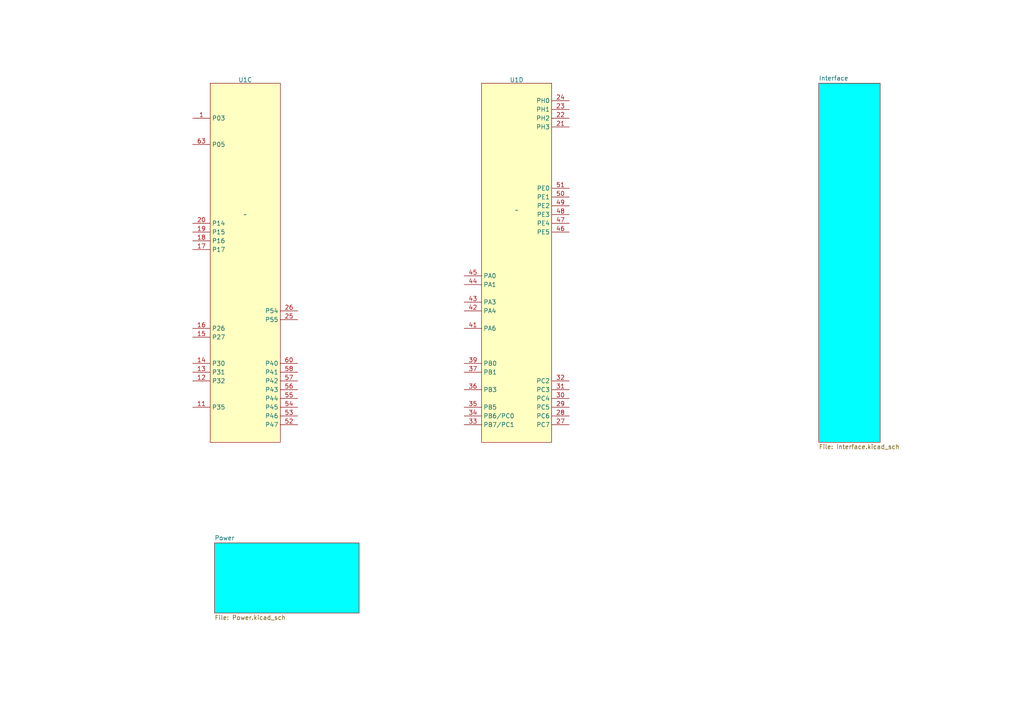
<source format=kicad_sch>
(kicad_sch (version 20230121) (generator eeschema)

  (uuid 1ba7daaa-0b3e-4d88-b450-d41f3b2cc6e9)

  (paper "A4")

  (lib_symbols
    (symbol "renesas:RX140_64" (in_bom yes) (on_board yes)
      (property "Reference" "U" (at 0 53.34 0)
        (effects (font (size 1.27 1.27)))
      )
      (property "Value" "" (at 0 13.97 0)
        (effects (font (size 1.27 1.27)))
      )
      (property "Footprint" "Package_QFP:LQFP-64_10x10mm_P0.5mm" (at 0 55.88 0)
        (effects (font (size 1.27 1.27)) hide)
      )
      (property "Datasheet" "" (at 0 13.97 0)
        (effects (font (size 1.27 1.27)) hide)
      )
      (property "ki_locked" "" (at 0 0 0)
        (effects (font (size 1.27 1.27)))
      )
      (property "ki_keywords" "RX140" (at 0 0 0)
        (effects (font (size 1.27 1.27)) hide)
      )
      (property "ki_description" "Renesas 32ビットマイクロコンピュータ RX140 64ピンLFQFP" (at 0 0 0)
        (effects (font (size 1.27 1.27)) hide)
      )
      (symbol "RX140_64_1_1"
        (rectangle (start -10.16 12.7) (end 10.16 -12.7)
          (stroke (width 0) (type default))
          (fill (type background))
        )
        (pin bidirectional line (at -15.24 -5.08 0) (length 5.08)
          (name "PG7/MD" (effects (font (size 1.27 1.27))))
          (number "3" (effects (font (size 1.27 1.27))))
        )
        (pin input line (at 15.24 7.62 180) (length 5.08)
          (name "PH7/XCIN" (effects (font (size 1.27 1.27))))
          (number "4" (effects (font (size 1.27 1.27))))
        )
        (pin output line (at 15.24 2.54 180) (length 5.08)
          (name "PH6/XCOUT" (effects (font (size 1.27 1.27))))
          (number "5" (effects (font (size 1.27 1.27))))
        )
        (pin input line (at -15.24 5.08 0) (length 5.08)
          (name "~{RES}" (effects (font (size 1.27 1.27))))
          (number "6" (effects (font (size 1.27 1.27))))
        )
        (pin input line (at 15.24 -2.54 180) (length 5.08)
          (name "P37/XTAL" (effects (font (size 1.27 1.27))))
          (number "7" (effects (font (size 1.27 1.27))))
        )
        (pin output line (at 15.24 -7.62 180) (length 5.08)
          (name "P36/EXTAL" (effects (font (size 1.27 1.27))))
          (number "9" (effects (font (size 1.27 1.27))))
        )
      )
      (symbol "RX140_64_2_1"
        (rectangle (start -15.24 17.78) (end 15.24 -16.51)
          (stroke (width 0) (type default))
          (fill (type background))
        )
        (pin power_in line (at -10.16 22.86 270) (length 5.08)
          (name "VCC" (effects (font (size 1.27 1.27))))
          (number "10" (effects (font (size 1.27 1.27))))
        )
        (pin input line (at -20.32 0 0) (length 5.08)
          (name "VCL" (effects (font (size 1.27 1.27))))
          (number "2" (effects (font (size 1.27 1.27))))
        )
        (pin power_in line (at -7.62 22.86 270) (length 5.08)
          (name "VCC" (effects (font (size 1.27 1.27))))
          (number "38" (effects (font (size 1.27 1.27))))
        )
        (pin power_in line (at -7.62 -21.59 90) (length 5.08)
          (name "VSS" (effects (font (size 1.27 1.27))))
          (number "40" (effects (font (size 1.27 1.27))))
        )
        (pin input line (at 20.32 -8.89 180) (length 5.08)
          (name "VREFL0/PJ7" (effects (font (size 1.27 1.27))))
          (number "59" (effects (font (size 1.27 1.27))))
        )
        (pin input line (at 20.32 8.89 180) (length 5.08)
          (name "VREFH0/PJ6" (effects (font (size 1.27 1.27))))
          (number "61" (effects (font (size 1.27 1.27))))
        )
        (pin input line (at 5.08 22.86 270) (length 5.08)
          (name "AVCC0" (effects (font (size 1.27 1.27))))
          (number "62" (effects (font (size 1.27 1.27))))
        )
        (pin input line (at 5.08 -21.59 90) (length 5.08)
          (name "AVSS0" (effects (font (size 1.27 1.27))))
          (number "64" (effects (font (size 1.27 1.27))))
        )
        (pin power_in line (at -10.16 -21.59 90) (length 5.08)
          (name "VSS" (effects (font (size 1.27 1.27))))
          (number "8" (effects (font (size 1.27 1.27))))
        )
      )
      (symbol "RX140_64_3_1"
        (rectangle (start -10.16 52.07) (end 10.16 -52.07)
          (stroke (width 0) (type default))
          (fill (type background))
        )
        (pin bidirectional line (at -15.24 41.91 0) (length 5.08)
          (name "P03" (effects (font (size 1.27 1.27))))
          (number "1" (effects (font (size 1.27 1.27))))
        )
        (pin bidirectional line (at -15.24 -41.91 0) (length 5.08)
          (name "P35" (effects (font (size 1.27 1.27))))
          (number "11" (effects (font (size 1.27 1.27))))
        )
        (pin bidirectional line (at -15.24 -34.29 0) (length 5.08)
          (name "P32" (effects (font (size 1.27 1.27))))
          (number "12" (effects (font (size 1.27 1.27))))
        )
        (pin bidirectional line (at -15.24 -31.75 0) (length 5.08)
          (name "P31" (effects (font (size 1.27 1.27))))
          (number "13" (effects (font (size 1.27 1.27))))
        )
        (pin bidirectional line (at -15.24 -29.21 0) (length 5.08)
          (name "P30" (effects (font (size 1.27 1.27))))
          (number "14" (effects (font (size 1.27 1.27))))
        )
        (pin bidirectional line (at -15.24 -21.59 0) (length 5.08)
          (name "P27" (effects (font (size 1.27 1.27))))
          (number "15" (effects (font (size 1.27 1.27))))
        )
        (pin bidirectional line (at -15.24 -19.05 0) (length 5.08)
          (name "P26" (effects (font (size 1.27 1.27))))
          (number "16" (effects (font (size 1.27 1.27))))
        )
        (pin bidirectional line (at -15.24 3.81 0) (length 5.08)
          (name "P17" (effects (font (size 1.27 1.27))))
          (number "17" (effects (font (size 1.27 1.27))))
        )
        (pin bidirectional line (at -15.24 6.35 0) (length 5.08)
          (name "P16" (effects (font (size 1.27 1.27))))
          (number "18" (effects (font (size 1.27 1.27))))
        )
        (pin bidirectional line (at -15.24 8.89 0) (length 5.08)
          (name "P15" (effects (font (size 1.27 1.27))))
          (number "19" (effects (font (size 1.27 1.27))))
        )
        (pin bidirectional line (at -15.24 11.43 0) (length 5.08)
          (name "P14" (effects (font (size 1.27 1.27))))
          (number "20" (effects (font (size 1.27 1.27))))
        )
        (pin bidirectional line (at 15.24 -16.51 180) (length 5.08)
          (name "P55" (effects (font (size 1.27 1.27))))
          (number "25" (effects (font (size 1.27 1.27))))
        )
        (pin bidirectional line (at 15.24 -13.97 180) (length 5.08)
          (name "P54" (effects (font (size 1.27 1.27))))
          (number "26" (effects (font (size 1.27 1.27))))
        )
        (pin bidirectional line (at 15.24 -46.99 180) (length 5.08)
          (name "P47" (effects (font (size 1.27 1.27))))
          (number "52" (effects (font (size 1.27 1.27))))
        )
        (pin bidirectional line (at 15.24 -44.45 180) (length 5.08)
          (name "P46" (effects (font (size 1.27 1.27))))
          (number "53" (effects (font (size 1.27 1.27))))
        )
        (pin bidirectional line (at 15.24 -41.91 180) (length 5.08)
          (name "P45" (effects (font (size 1.27 1.27))))
          (number "54" (effects (font (size 1.27 1.27))))
        )
        (pin bidirectional line (at 15.24 -39.37 180) (length 5.08)
          (name "P44" (effects (font (size 1.27 1.27))))
          (number "55" (effects (font (size 1.27 1.27))))
        )
        (pin bidirectional line (at 15.24 -36.83 180) (length 5.08)
          (name "P43" (effects (font (size 1.27 1.27))))
          (number "56" (effects (font (size 1.27 1.27))))
        )
        (pin bidirectional line (at 15.24 -34.29 180) (length 5.08)
          (name "P42" (effects (font (size 1.27 1.27))))
          (number "57" (effects (font (size 1.27 1.27))))
        )
        (pin bidirectional line (at 15.24 -31.75 180) (length 5.08)
          (name "P41" (effects (font (size 1.27 1.27))))
          (number "58" (effects (font (size 1.27 1.27))))
        )
        (pin bidirectional line (at 15.24 -29.21 180) (length 5.08)
          (name "P40" (effects (font (size 1.27 1.27))))
          (number "60" (effects (font (size 1.27 1.27))))
        )
        (pin bidirectional line (at -15.24 34.29 0) (length 5.08)
          (name "P05" (effects (font (size 1.27 1.27))))
          (number "63" (effects (font (size 1.27 1.27))))
        )
      )
      (symbol "RX140_64_4_1"
        (rectangle (start -10.16 50.8) (end 10.16 -53.34)
          (stroke (width 0) (type default))
          (fill (type background))
        )
        (pin bidirectional line (at 15.24 38.1 180) (length 5.08)
          (name "PH3" (effects (font (size 1.27 1.27))))
          (number "21" (effects (font (size 1.27 1.27))))
        )
        (pin bidirectional line (at 15.24 40.64 180) (length 5.08)
          (name "PH2" (effects (font (size 1.27 1.27))))
          (number "22" (effects (font (size 1.27 1.27))))
        )
        (pin bidirectional line (at 15.24 43.18 180) (length 5.08)
          (name "PH1" (effects (font (size 1.27 1.27))))
          (number "23" (effects (font (size 1.27 1.27))))
        )
        (pin bidirectional line (at 15.24 45.72 180) (length 5.08)
          (name "PH0" (effects (font (size 1.27 1.27))))
          (number "24" (effects (font (size 1.27 1.27))))
        )
        (pin bidirectional line (at 15.24 -48.26 180) (length 5.08)
          (name "PC7" (effects (font (size 1.27 1.27))))
          (number "27" (effects (font (size 1.27 1.27))))
        )
        (pin bidirectional line (at 15.24 -45.72 180) (length 5.08)
          (name "PC6" (effects (font (size 1.27 1.27))))
          (number "28" (effects (font (size 1.27 1.27))))
        )
        (pin bidirectional line (at 15.24 -43.18 180) (length 5.08)
          (name "PC5" (effects (font (size 1.27 1.27))))
          (number "29" (effects (font (size 1.27 1.27))))
        )
        (pin bidirectional line (at 15.24 -40.64 180) (length 5.08)
          (name "PC4" (effects (font (size 1.27 1.27))))
          (number "30" (effects (font (size 1.27 1.27))))
        )
        (pin bidirectional line (at 15.24 -38.1 180) (length 5.08)
          (name "PC3" (effects (font (size 1.27 1.27))))
          (number "31" (effects (font (size 1.27 1.27))))
        )
        (pin bidirectional line (at 15.24 -35.56 180) (length 5.08)
          (name "PC2" (effects (font (size 1.27 1.27))))
          (number "32" (effects (font (size 1.27 1.27))))
        )
        (pin bidirectional line (at -15.24 -48.26 0) (length 5.08)
          (name "PB7/PC1" (effects (font (size 1.27 1.27))))
          (number "33" (effects (font (size 1.27 1.27))))
        )
        (pin bidirectional line (at -15.24 -45.72 0) (length 5.08)
          (name "PB6/PC0" (effects (font (size 1.27 1.27))))
          (number "34" (effects (font (size 1.27 1.27))))
        )
        (pin bidirectional line (at -15.24 -43.18 0) (length 5.08)
          (name "PB5" (effects (font (size 1.27 1.27))))
          (number "35" (effects (font (size 1.27 1.27))))
        )
        (pin bidirectional line (at -15.24 -38.1 0) (length 5.08)
          (name "PB3" (effects (font (size 1.27 1.27))))
          (number "36" (effects (font (size 1.27 1.27))))
        )
        (pin bidirectional line (at -15.24 -33.02 0) (length 5.08)
          (name "PB1" (effects (font (size 1.27 1.27))))
          (number "37" (effects (font (size 1.27 1.27))))
        )
        (pin bidirectional line (at -15.24 -30.48 0) (length 5.08)
          (name "PB0" (effects (font (size 1.27 1.27))))
          (number "39" (effects (font (size 1.27 1.27))))
        )
        (pin bidirectional line (at -15.24 -20.32 0) (length 5.08)
          (name "PA6" (effects (font (size 1.27 1.27))))
          (number "41" (effects (font (size 1.27 1.27))))
        )
        (pin bidirectional line (at -15.24 -15.24 0) (length 5.08)
          (name "PA4" (effects (font (size 1.27 1.27))))
          (number "42" (effects (font (size 1.27 1.27))))
        )
        (pin bidirectional line (at -15.24 -12.7 0) (length 5.08)
          (name "PA3" (effects (font (size 1.27 1.27))))
          (number "43" (effects (font (size 1.27 1.27))))
        )
        (pin bidirectional line (at -15.24 -7.62 0) (length 5.08)
          (name "PA1" (effects (font (size 1.27 1.27))))
          (number "44" (effects (font (size 1.27 1.27))))
        )
        (pin bidirectional line (at -15.24 -5.08 0) (length 5.08)
          (name "PA0" (effects (font (size 1.27 1.27))))
          (number "45" (effects (font (size 1.27 1.27))))
        )
        (pin bidirectional line (at 15.24 7.62 180) (length 5.08)
          (name "PE5" (effects (font (size 1.27 1.27))))
          (number "46" (effects (font (size 1.27 1.27))))
        )
        (pin bidirectional line (at 15.24 10.16 180) (length 5.08)
          (name "PE4" (effects (font (size 1.27 1.27))))
          (number "47" (effects (font (size 1.27 1.27))))
        )
        (pin bidirectional line (at 15.24 12.7 180) (length 5.08)
          (name "PE3" (effects (font (size 1.27 1.27))))
          (number "48" (effects (font (size 1.27 1.27))))
        )
        (pin bidirectional line (at 15.24 15.24 180) (length 5.08)
          (name "PE2" (effects (font (size 1.27 1.27))))
          (number "49" (effects (font (size 1.27 1.27))))
        )
        (pin bidirectional line (at 15.24 17.78 180) (length 5.08)
          (name "PE1" (effects (font (size 1.27 1.27))))
          (number "50" (effects (font (size 1.27 1.27))))
        )
        (pin bidirectional line (at 15.24 20.32 180) (length 5.08)
          (name "PE0" (effects (font (size 1.27 1.27))))
          (number "51" (effects (font (size 1.27 1.27))))
        )
      )
    )
  )


  (symbol (lib_id "renesas:RX140_64") (at 71.12 76.2 0) (unit 3)
    (in_bom yes) (on_board yes) (dnp no) (fields_autoplaced)
    (uuid 493b6347-82c8-4242-bfdb-8fd8aa462a57)
    (property "Reference" "U1" (at 71.12 23.1681 0)
      (effects (font (size 1.27 1.27)))
    )
    (property "Value" "~" (at 71.12 62.23 0)
      (effects (font (size 1.27 1.27)))
    )
    (property "Footprint" "Package_QFP:LQFP-64_10x10mm_P0.5mm" (at 71.12 20.32 0)
      (effects (font (size 1.27 1.27)) hide)
    )
    (property "Datasheet" "" (at 71.12 62.23 0)
      (effects (font (size 1.27 1.27)) hide)
    )
    (pin "3" (uuid fbe3de01-5e98-47cf-9ffc-ca498254a557))
    (pin "4" (uuid 4b609a0c-6522-458a-ae99-ad382ab131b7))
    (pin "5" (uuid 795036ca-e0f5-4500-b10d-f2fd496af3ae))
    (pin "6" (uuid c818b843-af5e-470d-92b6-0956d4be01f0))
    (pin "7" (uuid 97237750-1170-4456-8b1f-68ece4e96458))
    (pin "9" (uuid 058dc5da-0fb4-4f43-a5aa-7d9cac823552))
    (pin "10" (uuid 5aba565c-67a9-49fb-8355-0b5db56c1af3))
    (pin "2" (uuid b4f84c44-6412-405d-89b7-6bcd5dc50b5d))
    (pin "38" (uuid 54819e85-3552-4a40-b02d-5a434d9fdea9))
    (pin "40" (uuid 99ddf025-b042-45f1-9a6f-ff1da2c389ce))
    (pin "59" (uuid 403caec9-bb7a-40ee-b0c6-8a714ccb558a))
    (pin "61" (uuid d2397a68-62e2-4b9a-b5fa-8ff259351066))
    (pin "62" (uuid 7d3ff8ab-774a-4923-96b7-2fbcc2e36396))
    (pin "64" (uuid 152cb1ae-94a4-4add-b9d3-8916c5f7b3ab))
    (pin "8" (uuid 82857569-f4ca-4bc0-91e4-487cf5ca0770))
    (pin "1" (uuid 9d4f8ba7-818c-4b53-b85b-b36450c17523))
    (pin "11" (uuid 8b29cad7-c45e-4aeb-8c5a-0a651eaef111))
    (pin "12" (uuid 3184ec61-2291-4807-8b52-5450f31339a2))
    (pin "13" (uuid 1e3b1ddf-de7b-4662-af30-f44d069eb226))
    (pin "14" (uuid 22779e80-4e6a-4433-99e8-6c6f07e4effe))
    (pin "15" (uuid 8524daaa-8467-4039-9ba3-8f5b099df39a))
    (pin "16" (uuid 4169bebc-b4a3-4c39-b10f-2eefed556a01))
    (pin "17" (uuid 1fc6de56-108d-4ed2-82cf-6af0de0926ef))
    (pin "18" (uuid 72a366db-3509-46fd-8e4a-89be155c43f0))
    (pin "19" (uuid ef099832-d11b-49ea-b3b3-b57c841f2981))
    (pin "20" (uuid e7e5df6b-354a-49be-8b45-ac01d1a58ccb))
    (pin "25" (uuid 9333d11a-1225-4206-a149-3e1f7025f487))
    (pin "26" (uuid d344bed4-c733-4e41-af0e-638ddf7f89ab))
    (pin "52" (uuid 477946ce-b545-4ad7-9802-b08b51b137b7))
    (pin "53" (uuid 7b94fc45-c5f5-4435-a1a3-2c8d599f071c))
    (pin "54" (uuid 882ecd59-0455-438e-b235-3a56d32684b1))
    (pin "55" (uuid a67223a0-1011-4b40-ba8c-e6f4c41398bd))
    (pin "56" (uuid a81b7bad-c5c5-4729-93f7-ef31361fbefe))
    (pin "57" (uuid d0fc41f4-dfc0-4484-8b97-27a879e188bc))
    (pin "58" (uuid 7f162a35-b37e-4754-9b0f-056576011700))
    (pin "60" (uuid 09491ee6-768c-4c3d-b5a8-00ce056f9a54))
    (pin "63" (uuid 86fcf744-a4aa-4c6a-a81d-aa0d952e5363))
    (pin "21" (uuid 387ac13e-47f4-421c-ac60-31ab1597e9b7))
    (pin "22" (uuid a26244a6-20aa-45a9-b57b-60b7ef559a23))
    (pin "23" (uuid 961da9db-13cb-4fab-b89d-fa2d6efe24a2))
    (pin "24" (uuid 898764a0-ef2a-40da-acac-d6cc6bea466c))
    (pin "27" (uuid aa4fbb61-588d-478e-9ca5-79451ee5363e))
    (pin "28" (uuid 90f1cf81-1b2a-45fc-b5d9-1c92f237e146))
    (pin "29" (uuid a281bfe9-b2d0-49f9-b5d6-47a7dd4a12b9))
    (pin "30" (uuid 281dc055-dbcb-4a6e-896b-afc70d93830b))
    (pin "31" (uuid e30e5d66-e4d5-41e3-9fd9-63fb4f926209))
    (pin "32" (uuid 83b825bf-5210-4b54-9ac8-c85a9f6c9c4b))
    (pin "33" (uuid 52ab5e0c-19bc-4295-96d7-d168e3e08049))
    (pin "34" (uuid 53e45e90-37b5-4246-8d9b-a83a38d16551))
    (pin "35" (uuid d4abb12a-78be-45b2-8cc6-a2a22c4322c2))
    (pin "36" (uuid 890dc19a-f245-40c1-af80-52a8c14deda7))
    (pin "37" (uuid 36bbba23-fc5e-4536-8a96-8bb78e2629ca))
    (pin "39" (uuid 32ebfcf4-1ad6-4c9e-a9d6-9c1fef90ff17))
    (pin "41" (uuid 649d2d13-7efd-49c7-bc15-438b33bac660))
    (pin "42" (uuid cad1b63d-dd0f-454c-bcde-7ff8ef4aa7d2))
    (pin "43" (uuid 5c0a8816-7dfd-41f6-9d6a-8b07c1922313))
    (pin "44" (uuid eb04c16f-8f67-4531-88c6-ba04cdb79322))
    (pin "45" (uuid 851dd9e8-6ebd-4ce6-868b-1ca090b822f9))
    (pin "46" (uuid 7587f683-8801-4681-82a3-016db27b0028))
    (pin "47" (uuid 2b64157e-e09c-4b98-897e-9c2ad4850708))
    (pin "48" (uuid 87f9bf4a-523a-4d3c-a9f0-f505b610fd8a))
    (pin "49" (uuid 7f17c921-3a3b-4b26-878f-fa442f5a7109))
    (pin "50" (uuid d682bef6-b820-42d8-ad2a-b45aa8105896))
    (pin "51" (uuid 79b68134-0d99-40b1-939c-a032acee8c57))
    (instances
      (project "RX140_board"
        (path "/1ba7daaa-0b3e-4d88-b450-d41f3b2cc6e9"
          (reference "U1") (unit 3)
        )
      )
    )
  )

  (symbol (lib_id "renesas:RX140_64") (at 149.86 74.93 0) (unit 4)
    (in_bom yes) (on_board yes) (dnp no) (fields_autoplaced)
    (uuid 7122e54c-5010-49d6-8556-92bc7c274e07)
    (property "Reference" "U1" (at 149.86 23.1681 0)
      (effects (font (size 1.27 1.27)))
    )
    (property "Value" "~" (at 149.86 60.96 0)
      (effects (font (size 1.27 1.27)))
    )
    (property "Footprint" "Package_QFP:LQFP-64_10x10mm_P0.5mm" (at 149.86 19.05 0)
      (effects (font (size 1.27 1.27)) hide)
    )
    (property "Datasheet" "" (at 149.86 60.96 0)
      (effects (font (size 1.27 1.27)) hide)
    )
    (pin "3" (uuid 95f61cd2-9c59-4c99-be78-d2a7f8f30dce))
    (pin "4" (uuid 1c7d0321-7124-4c11-9ca1-14054a6051bd))
    (pin "5" (uuid 8528a4df-b249-4cfa-ae98-0f60004d7ce4))
    (pin "6" (uuid b664b07e-394c-40d7-b2f4-292fdaffee27))
    (pin "7" (uuid 29e4003b-5b90-46c4-8766-935cf63ba67d))
    (pin "9" (uuid a831520e-e297-4b21-b04c-67a355a930d9))
    (pin "10" (uuid 2d33f590-6aca-4b0c-b811-39dee116818a))
    (pin "2" (uuid 327c5174-7698-4ab9-b3a2-c997f10ae6d0))
    (pin "38" (uuid f941ba8e-cc27-463d-bd2e-6c1bcdeaf94d))
    (pin "40" (uuid dcb9c6c7-7722-4b66-851a-00bc051c6325))
    (pin "59" (uuid 57729eeb-bf5d-46e9-90ca-93da9c962bfa))
    (pin "61" (uuid 02398f54-eb4f-4f9a-b087-d91436a92775))
    (pin "62" (uuid 883a004e-a908-4601-aaf1-fb8e266b8fd4))
    (pin "64" (uuid 29aca5c2-d946-4430-8c59-17b484d924c2))
    (pin "8" (uuid 90a5feef-2b78-4897-8a2a-05259bdfaf23))
    (pin "1" (uuid 5bdcd1f2-5ebb-47cc-aa23-74c4c8001fb5))
    (pin "11" (uuid 8e6bf3ec-7be1-4e51-9930-85d7e59887a4))
    (pin "12" (uuid b3aaf5b8-b6e7-424b-afdb-8f83ab172d70))
    (pin "13" (uuid baa21646-1f69-46c1-a018-5928cf3e0148))
    (pin "14" (uuid dfc39b3f-2fa2-40d3-983e-c27a4416441e))
    (pin "15" (uuid 1d8626aa-af87-4d94-a9b9-d7248f7d4c11))
    (pin "16" (uuid a3159c1d-6ac7-480d-9c9d-9c083e5c8e28))
    (pin "17" (uuid d28b901f-6f4b-4d1c-ab7f-b4ead1a266fa))
    (pin "18" (uuid 074679ed-2319-4c49-9ed5-c8ce02e3aaf1))
    (pin "19" (uuid 695180cd-cac5-4f63-aeea-54db6fa12191))
    (pin "20" (uuid 33d6c4c1-0899-4625-93fc-a5e5a899eb33))
    (pin "25" (uuid 8a5c989c-d6e8-4857-b828-9cb6e0c81b9d))
    (pin "26" (uuid 8d0f1b79-8ee0-45d9-a6c5-abb25dc7b08c))
    (pin "52" (uuid c3a27c02-6eb9-47d6-9fdd-6276ceecca44))
    (pin "53" (uuid 08266a0a-528c-4fbd-8567-0f71e33a63cb))
    (pin "54" (uuid 70863bf2-7607-49e4-9c25-486ee8ab3077))
    (pin "55" (uuid 56114d7e-c575-4a7e-a3e4-fdf4d28e6cdf))
    (pin "56" (uuid 6b7faa17-b3e7-4ccf-ac47-c16cedf6b573))
    (pin "57" (uuid 1b54690b-20a2-42a4-af34-4cd763d14e78))
    (pin "58" (uuid 4665bae2-f80a-4784-ba5e-3679ad2e9bd0))
    (pin "60" (uuid 5d74c164-30ce-4c81-97dc-0c71a8c55a0e))
    (pin "63" (uuid 53bfd660-5497-420a-ac82-302da1973c2a))
    (pin "21" (uuid cfd4f7cf-c23a-4f95-a911-f5100eec4657))
    (pin "22" (uuid 2b13abd4-5551-402b-b807-751e3bf3dc0a))
    (pin "23" (uuid c456779b-b97e-4689-972d-5cd0798551b1))
    (pin "24" (uuid a15b4ffb-26eb-479c-a11b-9116f7f13a0d))
    (pin "27" (uuid 85411abe-8734-4f17-8290-43183ee2fc0a))
    (pin "28" (uuid 2b559f26-d074-4e16-be54-9db6916121be))
    (pin "29" (uuid 4cb33dca-a693-4812-aaf7-324cf85ce132))
    (pin "30" (uuid 927f1922-8cf6-4402-8d8d-5c311bd6404c))
    (pin "31" (uuid 7c63a917-2831-407e-bdd5-989c4648504d))
    (pin "32" (uuid 35cdd266-3359-446b-b88e-4342e14cd195))
    (pin "33" (uuid 771856a0-3c0c-46b1-b305-e4faa80065ef))
    (pin "34" (uuid dd5b8755-bbb7-4292-a06a-913ceb74d096))
    (pin "35" (uuid ac91a067-5f2e-4b7e-994e-a860b6aab7d1))
    (pin "36" (uuid 8ff8ceb9-e3d1-4ca4-aaa2-7a796a751130))
    (pin "37" (uuid a07de1ac-a941-4a94-95d1-d2db87236590))
    (pin "39" (uuid c9936237-61f5-40b6-8a19-83e74d3cb3c9))
    (pin "41" (uuid 867e2262-f438-41ec-8066-22c89e6de4cf))
    (pin "42" (uuid 90726a4a-a4b8-458f-b781-fcedc58b0dc7))
    (pin "43" (uuid f649d646-8a9a-4bf6-9f75-b1fb65cb2cac))
    (pin "44" (uuid ae9f78fb-e633-415d-9406-37b7b8f1dba1))
    (pin "45" (uuid 2f4fc8cd-84cc-4177-af51-9890773dd22d))
    (pin "46" (uuid cb198a81-517f-43c0-9e3f-3200b9709542))
    (pin "47" (uuid 229845d5-b1c9-41c9-928c-e9fbdf65ba62))
    (pin "48" (uuid f3f661f3-380e-4997-8fa8-e7a39aa92019))
    (pin "49" (uuid 0778800b-b51e-476c-b9f5-79660dfe4284))
    (pin "50" (uuid 982dba84-02c2-41a4-b923-b530882c9c5a))
    (pin "51" (uuid 0586656c-ece1-49df-b8a4-1b0e18ac2285))
    (instances
      (project "RX140_board"
        (path "/1ba7daaa-0b3e-4d88-b450-d41f3b2cc6e9"
          (reference "U1") (unit 4)
        )
      )
    )
  )

  (sheet (at 62.23 157.48) (size 41.91 20.32) (fields_autoplaced)
    (stroke (width 0.1524) (type solid))
    (fill (color 0 255 255 1.0000))
    (uuid a97e6d7b-e1e9-416e-bfc6-a992ab699499)
    (property "Sheetname" "Power" (at 62.23 156.7684 0)
      (effects (font (size 1.27 1.27)) (justify left bottom))
    )
    (property "Sheetfile" "Power.kicad_sch" (at 62.23 178.3846 0)
      (effects (font (size 1.27 1.27)) (justify left top))
    )
    (instances
      (project "RX140_board"
        (path "/1ba7daaa-0b3e-4d88-b450-d41f3b2cc6e9" (page "2"))
      )
    )
  )

  (sheet (at 237.49 24.13) (size 17.78 104.14) (fields_autoplaced)
    (stroke (width 0.1524) (type solid))
    (fill (color 0 255 255 1.0000))
    (uuid adcde844-2b78-4ac5-a378-4f3ee5119fb2)
    (property "Sheetname" "Interface" (at 237.49 23.4184 0)
      (effects (font (size 1.27 1.27)) (justify left bottom))
    )
    (property "Sheetfile" "Interface.kicad_sch" (at 237.49 128.8546 0)
      (effects (font (size 1.27 1.27)) (justify left top))
    )
    (instances
      (project "RX140_board"
        (path "/1ba7daaa-0b3e-4d88-b450-d41f3b2cc6e9" (page "3"))
      )
    )
  )

  (sheet_instances
    (path "/" (page "1"))
  )
)

</source>
